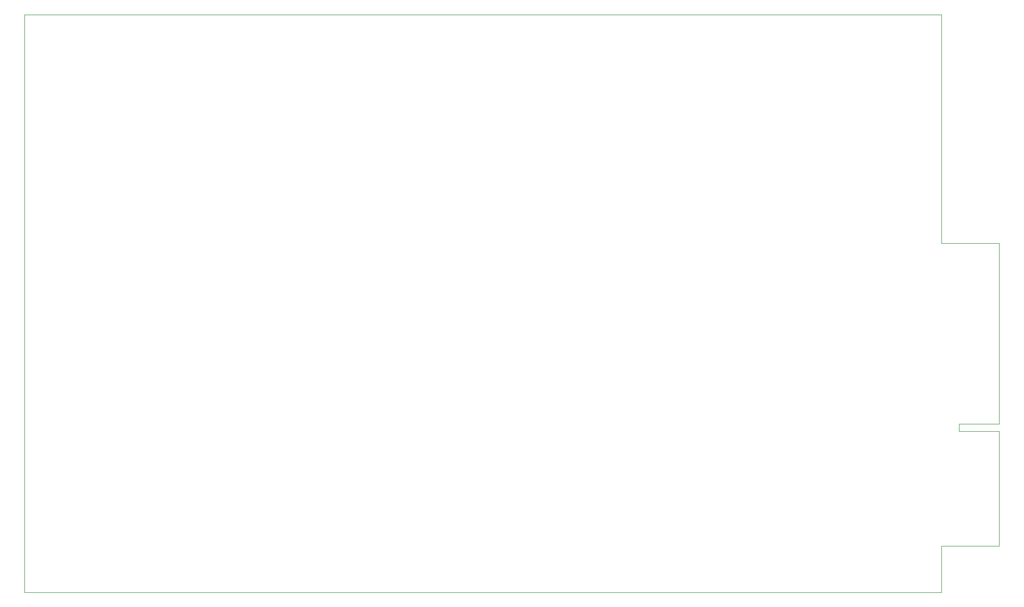
<source format=gbr>
%TF.GenerationSoftware,KiCad,Pcbnew,5.1.9+dfsg1-1~bpo10+1*%
%TF.CreationDate,2021-06-04T12:04:03+02:00*%
%TF.ProjectId,vacctrl_rpi,76616363-7472-46c5-9f72-70692e6b6963,1.0*%
%TF.SameCoordinates,Original*%
%TF.FileFunction,Profile,NP*%
%FSLAX46Y46*%
G04 Gerber Fmt 4.6, Leading zero omitted, Abs format (unit mm)*
G04 Created by KiCad (PCBNEW 5.1.9+dfsg1-1~bpo10+1) date 2021-06-04 12:04:03*
%MOMM*%
%LPD*%
G01*
G04 APERTURE LIST*
%TA.AperFunction,Profile*%
%ADD10C,0.050000*%
%TD*%
%TA.AperFunction,Profile*%
%ADD11C,0.120000*%
%TD*%
G04 APERTURE END LIST*
D10*
X222330000Y-144860000D02*
X222330000Y-152400000D01*
X63500000Y-52220000D02*
X63500000Y-152400000D01*
X222330000Y-52220000D02*
X63500000Y-52220000D01*
X222330000Y-91360000D02*
X222330000Y-52220000D01*
X63500000Y-152400000D02*
X222330000Y-152400000D01*
D11*
%TO.C,J5*%
X232330000Y-144385000D02*
X222330000Y-144385000D01*
X232330000Y-91835000D02*
X222330000Y-91835000D01*
X222330000Y-144860000D02*
X222330000Y-144385000D01*
X222330000Y-91360000D02*
X222330000Y-91835000D01*
X232330000Y-144385000D02*
X232330000Y-124435000D01*
X232330000Y-124435000D02*
X225330000Y-124435000D01*
X232330000Y-123195000D02*
X225330000Y-123195000D01*
X225330000Y-124435000D02*
X225330000Y-123195000D01*
X232330000Y-123195000D02*
X232330000Y-91835000D01*
%TD*%
M02*

</source>
